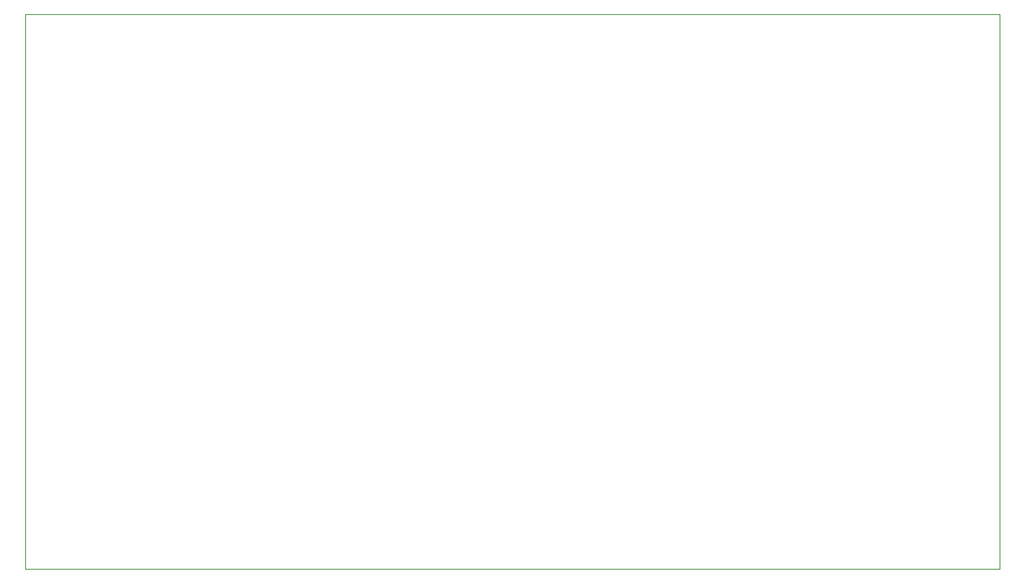
<source format=gbr>
G04 #@! TF.FileFunction,Profile,NP*
%FSLAX46Y46*%
G04 Gerber Fmt 4.6, Leading zero omitted, Abs format (unit mm)*
G04 Created by KiCad (PCBNEW 4.0.6) date 11/14/17 10:00:56*
%MOMM*%
%LPD*%
G01*
G04 APERTURE LIST*
%ADD10C,0.100000*%
G04 APERTURE END LIST*
D10*
X98425000Y-127000000D02*
X98425000Y-67310000D01*
X203200000Y-127000000D02*
X98425000Y-127000000D01*
X203200000Y-67310000D02*
X203200000Y-127000000D01*
X98425000Y-67310000D02*
X203200000Y-67310000D01*
M02*

</source>
